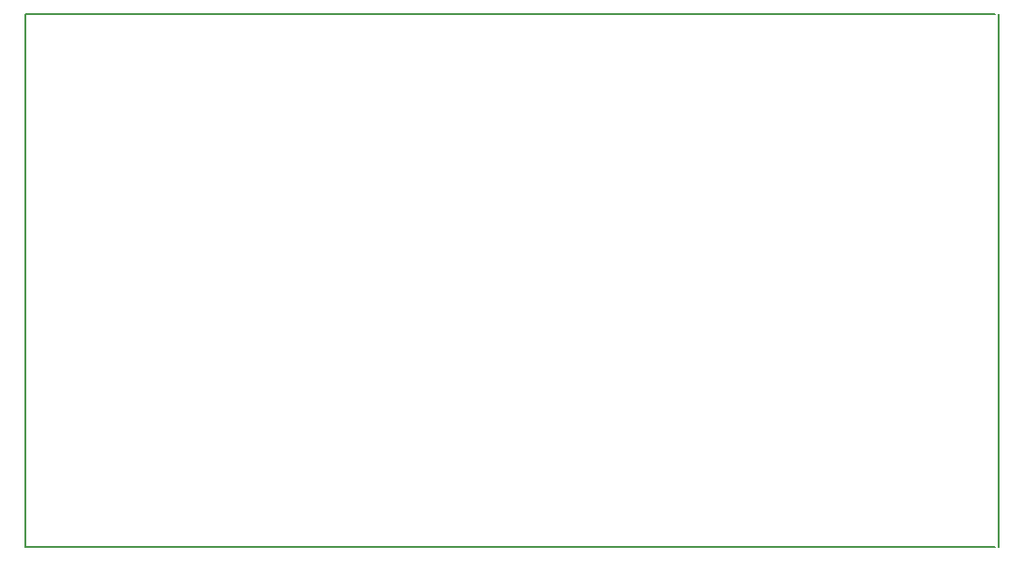
<source format=gbr>
G04 #@! TF.GenerationSoftware,KiCad,Pcbnew,5.0.2-bee76a0~70~ubuntu16.04.1*
G04 #@! TF.CreationDate,2019-02-15T09:46:44+01:00*
G04 #@! TF.ProjectId,lab,6c61622e-6b69-4636-9164-5f7063625858,rev?*
G04 #@! TF.SameCoordinates,Original*
G04 #@! TF.FileFunction,Profile,NP*
%FSLAX46Y46*%
G04 Gerber Fmt 4.6, Leading zero omitted, Abs format (unit mm)*
G04 Created by KiCad (PCBNEW 5.0.2-bee76a0~70~ubuntu16.04.1) date fre 15 feb 2019 09:46:44*
%MOMM*%
%LPD*%
G01*
G04 APERTURE LIST*
%ADD10C,0.150000*%
G04 APERTURE END LIST*
D10*
X95300000Y-94500000D02*
X95300000Y-46400000D01*
X182800000Y-94500000D02*
X95300000Y-94500000D01*
X183100000Y-46400000D02*
X183100000Y-94500000D01*
X95300000Y-46400000D02*
X182800000Y-46400000D01*
M02*

</source>
